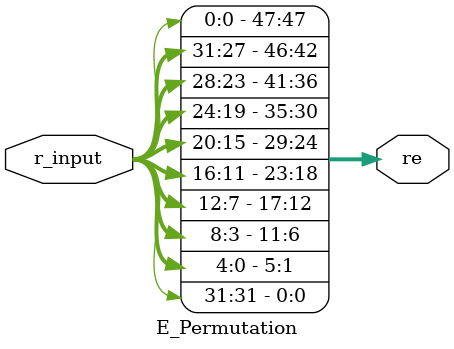
<source format=sv>
module E_Permutation(input logic [31:0] r_input,
                     output logic [47:0] re);
  assign re = {r_input[0], r_input[31], r_input[30], r_input[29], r_input[28], r_input[27], r_input[28], r_input[27], r_input[26], r_input[25], r_input[24], r_input[23], r_input[24], r_input[23], r_input[22], r_input[21], r_input[20], r_input[19], r_input[20], r_input[19], r_input[18], r_input[17], r_input[16], r_input[15], r_input[16], r_input[15], r_input[14], r_input[13], r_input[12], r_input[11], r_input[12], r_input[11], r_input[10], r_input[9], r_input[8], r_input[7], r_input[8], r_input[7], r_input[6], r_input[5], r_input[4], r_input[3], r_input[4], r_input[3], r_input[2], r_input[1], r_input[0], r_input[31]};
endmodule

</source>
